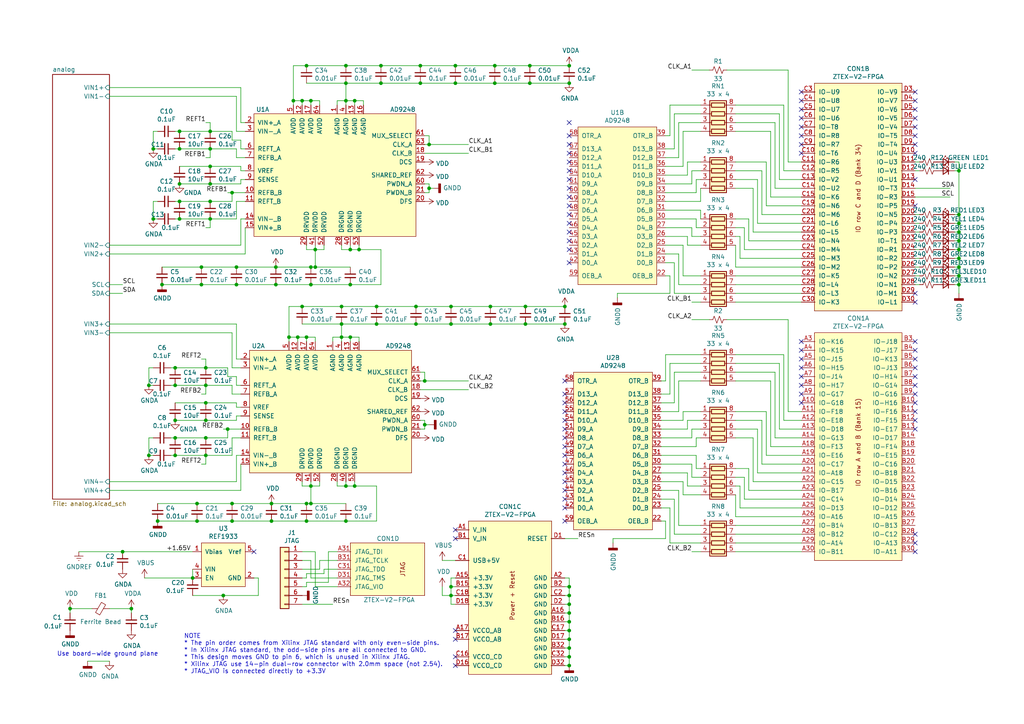
<source format=kicad_sch>
(kicad_sch (version 20211123) (generator eeschema)
  (paper "A4")
  (title_block (title "Hydrophone Frontend") (date "2022-02-26") (rev "3.1.0") (company "SEAPUP AUV Team") (comment 1 "Faculty of Engineering, Kasetsart University") (comment 2 "by Akrapong Patchararungruang"))
  (junction (at 120.65 93.98))
  (junction (at 90.17 82.55))
  (junction (at 278.13 64.77))
  (junction (at 130.81 170.18))
  (junction (at 130.81 88.9))
  (junction (at 109.22 93.98))
  (junction (at 52.07 43.18))
  (junction (at 278.13 49.53))
  (junction (at 59.69 121.92))
  (junction (at 91.44 77.47))
  (junction (at 165.1 182.88))
  (junction (at 123.19 123.19))
  (junction (at 68.58 82.55))
  (junction (at 60.96 38.1))
  (junction (at 52.07 38.1))
  (junction (at 109.22 88.9))
  (junction (at 165.1 187.96))
  (junction (at 43.18 132.08))
  (junction (at 60.96 58.42))
  (junction (at 87.63 88.9))
  (junction (at 165.1 19.05))
  (junction (at 100.33 19.05))
  (junction (at 165.1 170.18))
  (junction (at 132.08 19.05))
  (junction (at 278.13 72.39))
  (junction (at 91.44 72.39))
  (junction (at 46.99 82.55))
  (junction (at 59.69 116.84))
  (junction (at 101.6 82.55))
  (junction (at 124.46 41.91))
  (junction (at 110.49 19.05))
  (junction (at 80.01 82.55))
  (junction (at 110.49 24.13))
  (junction (at 102.87 29.21))
  (junction (at 163.83 93.98))
  (junction (at 278.13 82.55))
  (junction (at 121.92 19.05))
  (junction (at 60.96 53.34))
  (junction (at 78.74 146.05))
  (junction (at 165.1 190.5))
  (junction (at 88.9 151.13))
  (junction (at 67.31 151.13))
  (junction (at 153.67 19.05))
  (junction (at 278.13 77.47))
  (junction (at 278.13 62.23))
  (junction (at 20.32 176.53))
  (junction (at 165.1 175.26))
  (junction (at 88.9 97.79))
  (junction (at 142.24 88.9))
  (junction (at 67.31 146.05))
  (junction (at 90.17 77.47))
  (junction (at 100.33 29.21))
  (junction (at 78.74 151.13))
  (junction (at 52.07 53.34))
  (junction (at 83.82 97.79))
  (junction (at 163.83 88.9))
  (junction (at 38.1 176.53))
  (junction (at 100.33 24.13))
  (junction (at 101.6 97.79))
  (junction (at 143.51 24.13))
  (junction (at 44.45 43.18))
  (junction (at 124.46 54.61))
  (junction (at 104.14 72.39))
  (junction (at 45.72 151.13))
  (junction (at 59.69 132.08))
  (junction (at 152.4 88.9))
  (junction (at 58.42 82.55))
  (junction (at 55.88 167.64))
  (junction (at 59.69 106.68))
  (junction (at 90.17 146.05))
  (junction (at 143.51 19.05))
  (junction (at 120.65 88.9))
  (junction (at 60.96 43.18))
  (junction (at 60.96 48.26))
  (junction (at 67.31 55.88))
  (junction (at 165.1 172.72))
  (junction (at 101.6 72.39))
  (junction (at 165.1 180.34))
  (junction (at 59.69 111.76))
  (junction (at 35.56 160.02))
  (junction (at 58.42 77.47))
  (junction (at 99.06 93.98))
  (junction (at 60.96 63.5))
  (junction (at 85.09 29.21))
  (junction (at 100.33 140.97))
  (junction (at 43.18 111.76))
  (junction (at 50.8 132.08))
  (junction (at 121.92 24.13))
  (junction (at 165.1 185.42))
  (junction (at 278.13 74.93))
  (junction (at 165.1 177.8))
  (junction (at 57.15 146.05))
  (junction (at 59.69 127))
  (junction (at 80.01 77.47))
  (junction (at 50.8 121.92))
  (junction (at 152.4 93.98))
  (junction (at 86.36 97.79))
  (junction (at 66.04 124.46))
  (junction (at 52.07 63.5))
  (junction (at 68.58 77.47))
  (junction (at 100.33 151.13))
  (junction (at 153.67 24.13))
  (junction (at 123.19 110.49))
  (junction (at 87.63 29.21))
  (junction (at 132.08 24.13))
  (junction (at 50.8 111.76))
  (junction (at 165.1 193.04))
  (junction (at 278.13 67.31))
  (junction (at 278.13 69.85))
  (junction (at 130.81 93.98))
  (junction (at 88.9 146.05))
  (junction (at 64.77 172.72))
  (junction (at 130.81 172.72))
  (junction (at 99.06 88.9))
  (junction (at 44.45 63.5))
  (junction (at 90.17 140.97))
  (junction (at 278.13 80.01))
  (junction (at 90.17 29.21))
  (junction (at 57.15 151.13))
  (junction (at 88.9 19.05))
  (junction (at 50.8 127))
  (junction (at 102.87 140.97))
  (junction (at 165.1 24.13))
  (junction (at 142.24 93.98))
  (junction (at 99.06 97.79))
  (junction (at 50.8 106.68))
  (junction (at 52.07 58.42))
  (no_connect (at 132.08 182.88))
  (no_connect (at 165.1 41.91))
  (no_connect (at 163.83 151.13))
  (no_connect (at 165.1 35.56))
  (no_connect (at 163.83 134.62))
  (no_connect (at 163.83 132.08))
  (no_connect (at 265.43 111.76))
  (no_connect (at 265.43 160.02))
  (no_connect (at 165.1 67.31))
  (no_connect (at 265.43 101.6))
  (no_connect (at 163.83 147.32))
  (no_connect (at 265.43 124.46))
  (no_connect (at 165.1 44.45))
  (no_connect (at 165.1 62.23))
  (no_connect (at 132.08 193.04))
  (no_connect (at 165.1 76.2))
  (no_connect (at 163.83 110.49))
  (no_connect (at 165.1 59.69))
  (no_connect (at 265.43 99.06))
  (no_connect (at 163.83 129.54))
  (no_connect (at 265.43 109.22))
  (no_connect (at 163.83 144.78))
  (no_connect (at 265.43 114.3))
  (no_connect (at 165.1 64.77))
  (no_connect (at 265.43 106.68))
  (no_connect (at 165.1 57.15))
  (no_connect (at 265.43 119.38))
  (no_connect (at 163.83 119.38))
  (no_connect (at 165.1 49.53))
  (no_connect (at 132.08 185.42))
  (no_connect (at 265.43 154.94))
  (no_connect (at 163.83 121.92))
  (no_connect (at 165.1 46.99))
  (no_connect (at 132.08 190.5))
  (no_connect (at 163.83 137.16))
  (no_connect (at 163.83 124.46))
  (no_connect (at 163.83 127))
  (no_connect (at 163.83 142.24))
  (no_connect (at 265.43 121.92))
  (no_connect (at 163.83 116.84))
  (no_connect (at 132.08 153.67))
  (no_connect (at 163.83 139.7))
  (no_connect (at 165.1 52.07))
  (no_connect (at 265.43 157.48))
  (no_connect (at 132.08 156.21))
  (no_connect (at 165.1 54.61))
  (no_connect (at 232.41 116.84))
  (no_connect (at 232.41 114.3))
  (no_connect (at 232.41 111.76))
  (no_connect (at 232.41 99.06))
  (no_connect (at 232.41 106.68))
  (no_connect (at 232.41 104.14))
  (no_connect (at 232.41 101.6))
  (no_connect (at 232.41 109.22))
  (no_connect (at 265.43 87.63))
  (no_connect (at 265.43 85.09))
  (no_connect (at 265.43 59.69))
  (no_connect (at 265.43 52.07))
  (no_connect (at 265.43 44.45))
  (no_connect (at 265.43 41.91))
  (no_connect (at 265.43 39.37))
  (no_connect (at 265.43 36.83))
  (no_connect (at 265.43 34.29))
  (no_connect (at 265.43 31.75))
  (no_connect (at 265.43 29.21))
  (no_connect (at 265.43 26.67))
  (no_connect (at 232.41 26.67))
  (no_connect (at 232.41 29.21))
  (no_connect (at 232.41 31.75))
  (no_connect (at 232.41 34.29))
  (no_connect (at 232.41 36.83))
  (no_connect (at 232.41 39.37))
  (no_connect (at 232.41 41.91))
  (no_connect (at 232.41 44.45))
  (no_connect (at 165.1 72.39))
  (no_connect (at 165.1 69.85))
  (no_connect (at 265.43 116.84))
  (no_connect (at 165.1 39.37))
  (no_connect (at 73.66 160.02))
  (no_connect (at 163.83 114.3))
  (no_connect (at 265.43 104.14))
  (wire (pts (xy 99.06 72.39) (xy 99.06 71.12)))
  (wire (pts (xy 163.83 156.21) (xy 167.64 156.21)))
  (wire (pts (xy 58.42 82.55) (xy 46.99 82.55)))
  (wire (pts (xy 90.17 30.48) (xy 90.17 29.21)))
  (wire (pts (xy 200.66 20.32) (xy 205.74 20.32)))
  (wire (pts (xy 67.31 38.1) (xy 67.31 40.64)))
  (wire (pts (xy 278.13 82.55) (xy 278.13 80.01)))
  (wire (pts (xy 31.75 176.53) (xy 38.1 176.53)))
  (wire (pts (xy 223.52 110.49) (xy 223.52 129.54)))
  (wire (pts (xy 100.33 30.48) (xy 100.33 29.21)))
  (wire (pts (xy 59.69 66.04) (xy 60.96 66.04)))
  (wire (pts (xy 132.08 162.56) (xy 128.27 162.56)))
  (wire (pts (xy 31.75 71.12) (xy 69.85 71.12)))
  (wire (pts (xy 130.81 175.26) (xy 132.08 175.26)))
  (wire (pts (xy 55.88 167.64) (xy 41.91 167.64)))
  (wire (pts (xy 50.8 121.92) (xy 59.69 121.92)))
  (wire (pts (xy 100.33 140.97) (xy 102.87 140.97)))
  (wire (pts (xy 100.33 29.21) (xy 102.87 29.21)))
  (wire (pts (xy 67.31 151.13) (xy 57.15 151.13)))
  (wire (pts (xy 228.6 20.32) (xy 228.6 46.99)))
  (wire (pts (xy 109.22 93.98) (xy 99.06 93.98)))
  (wire (pts (xy 266.7 64.77) (xy 265.43 64.77)))
  (wire (pts (xy 55.88 172.72) (xy 64.77 172.72)))
  (wire (pts (xy 224.79 127) (xy 224.79 107.95)))
  (wire (pts (xy 278.13 77.47) (xy 278.13 74.93)))
  (wire (pts (xy 71.12 66.04) (xy 71.12 73.66)))
  (wire (pts (xy 201.93 129.54) (xy 201.93 127)))
  (wire (pts (xy 100.33 29.21) (xy 100.33 24.13)))
  (wire (pts (xy 104.14 71.12) (xy 104.14 72.39)))
  (wire (pts (xy 191.77 110.49) (xy 193.04 110.49)))
  (wire (pts (xy 213.36 66.04) (xy 215.9 66.04)))
  (wire (pts (xy 276.86 80.01) (xy 278.13 80.01)))
  (wire (pts (xy 213.36 35.56) (xy 224.79 35.56)))
  (wire (pts (xy 200.66 66.04) (xy 200.66 68.58)))
  (wire (pts (xy 143.51 19.05) (xy 153.67 19.05)))
  (wire (pts (xy 50.8 132.08) (xy 59.69 132.08)))
  (wire (pts (xy 88.9 72.39) (xy 91.44 72.39)))
  (wire (pts (xy 213.36 105.41) (xy 226.06 105.41)))
  (wire (pts (xy 83.82 97.79) (xy 83.82 88.9)))
  (wire (pts (xy 44.45 63.5) (xy 45.72 63.5)))
  (wire (pts (xy 195.58 107.95) (xy 203.2 107.95)))
  (wire (pts (xy 52.07 53.34) (xy 60.96 53.34)))
  (wire (pts (xy 200.66 127) (xy 200.66 124.46)))
  (wire (pts (xy 278.13 46.99) (xy 276.86 46.99)))
  (wire (pts (xy 59.69 134.62) (xy 59.69 132.08)))
  (wire (pts (xy 22.86 160.02) (xy 35.56 160.02)))
  (wire (pts (xy 101.6 72.39) (xy 99.06 72.39)))
  (wire (pts (xy 50.8 43.18) (xy 52.07 43.18)))
  (wire (pts (xy 200.66 124.46) (xy 203.2 124.46)))
  (wire (pts (xy 130.81 88.9) (xy 142.24 88.9)))
  (wire (pts (xy 123.19 39.37) (xy 124.46 39.37)))
  (wire (pts (xy 91.44 97.79) (xy 88.9 97.79)))
  (wire (pts (xy 91.44 99.06) (xy 91.44 97.79)))
  (wire (pts (xy 213.36 157.48) (xy 232.41 157.48)))
  (wire (pts (xy 193.04 68.58) (xy 199.39 68.58)))
  (wire (pts (xy 92.71 162.56) (xy 97.79 162.56)))
  (wire (pts (xy 165.1 24.13) (xy 153.67 24.13)))
  (wire (pts (xy 110.49 24.13) (xy 100.33 24.13)))
  (wire (pts (xy 199.39 137.16) (xy 199.39 140.97)))
  (wire (pts (xy 101.6 99.06) (xy 101.6 97.79)))
  (wire (pts (xy 213.36 82.55) (xy 232.41 82.55)))
  (wire (pts (xy 165.1 175.26) (xy 165.1 177.8)))
  (wire (pts (xy 68.58 38.1) (xy 71.12 38.1)))
  (wire (pts (xy 43.18 111.76) (xy 43.18 106.68)))
  (wire (pts (xy 227.33 30.48) (xy 227.33 49.53)))
  (wire (pts (xy 218.44 67.31) (xy 232.41 67.31)))
  (wire (pts (xy 196.85 45.72) (xy 196.85 35.56)))
  (wire (pts (xy 215.9 144.78) (xy 232.41 144.78)))
  (wire (pts (xy 198.12 139.7) (xy 198.12 143.51)))
  (wire (pts (xy 213.36 138.43) (xy 215.9 138.43)))
  (wire (pts (xy 121.92 19.05) (xy 110.49 19.05)))
  (wire (pts (xy 191.77 114.3) (xy 194.31 114.3)))
  (wire (pts (xy 87.63 165.1) (xy 92.71 165.1)))
  (wire (pts (xy 90.17 139.7) (xy 90.17 140.97)))
  (wire (pts (xy 265.43 72.39) (xy 266.7 72.39)))
  (wire (pts (xy 201.93 127) (xy 203.2 127)))
  (wire (pts (xy 86.36 97.79) (xy 83.82 97.79)))
  (wire (pts (xy 232.41 147.32) (xy 214.63 147.32)))
  (wire (pts (xy 163.83 172.72) (xy 165.1 172.72)))
  (wire (pts (xy 100.33 19.05) (xy 110.49 19.05)))
  (wire (pts (xy 142.24 88.9) (xy 152.4 88.9)))
  (wire (pts (xy 220.98 121.92) (xy 220.98 134.62)))
  (wire (pts (xy 194.31 30.48) (xy 203.2 30.48)))
  (wire (pts (xy 163.83 170.18) (xy 165.1 170.18)))
  (wire (pts (xy 191.77 129.54) (xy 201.93 129.54)))
  (wire (pts (xy 163.83 93.98) (xy 152.4 93.98)))
  (wire (pts (xy 198.12 38.1) (xy 198.12 48.26)))
  (wire (pts (xy 87.63 140.97) (xy 90.17 140.97)))
  (wire (pts (xy 59.69 127) (xy 66.04 127)))
  (wire (pts (xy 222.25 119.38) (xy 213.36 119.38)))
  (wire (pts (xy 213.36 160.02) (xy 232.41 160.02)))
  (wire (pts (xy 68.58 120.65) (xy 69.85 120.65)))
  (wire (pts (xy 83.82 97.79) (xy 83.82 99.06)))
  (wire (pts (xy 278.13 67.31) (xy 278.13 64.77)))
  (wire (pts (xy 276.86 72.39) (xy 278.13 72.39)))
  (wire (pts (xy 20.32 176.53) (xy 26.67 176.53)))
  (wire (pts (xy 68.58 45.72) (xy 71.12 45.72)))
  (wire (pts (xy 199.39 68.58) (xy 199.39 71.12)))
  (wire (pts (xy 124.46 55.88) (xy 124.46 54.61)))
  (wire (pts (xy 278.13 64.77) (xy 278.13 62.23)))
  (wire (pts (xy 226.06 105.41) (xy 226.06 124.46)))
  (wire (pts (xy 123.19 55.88) (xy 124.46 55.88)))
  (wire (pts (xy 60.96 35.56) (xy 59.69 35.56)))
  (wire (pts (xy 213.36 52.07) (xy 219.71 52.07)))
  (wire (pts (xy 80.01 77.47) (xy 68.58 77.47)))
  (wire (pts (xy 193.04 76.2) (xy 195.58 76.2)))
  (wire (pts (xy 191.77 124.46) (xy 199.39 124.46)))
  (wire (pts (xy 88.9 170.18) (xy 88.9 168.91)))
  (wire (pts (xy 44.45 43.18) (xy 44.45 38.1)))
  (wire (pts (xy 101.6 71.12) (xy 101.6 72.39)))
  (wire (pts (xy 123.19 44.45) (xy 135.89 44.45)))
  (wire (pts (xy 193.04 50.8) (xy 199.39 50.8)))
  (wire (pts (xy 219.71 137.16) (xy 219.71 124.46)))
  (wire (pts (xy 83.82 88.9) (xy 87.63 88.9)))
  (wire (pts (xy 59.69 106.68) (xy 66.04 106.68)))
  (wire (pts (xy 60.96 38.1) (xy 60.96 35.56)))
  (wire (pts (xy 58.42 77.47) (xy 46.99 77.47)))
  (wire (pts (xy 92.71 165.1) (xy 92.71 162.56)))
  (wire (pts (xy 265.43 69.85) (xy 266.7 69.85)))
  (wire (pts (xy 121.92 24.13) (xy 110.49 24.13)))
  (wire (pts (xy 31.75 139.7) (xy 68.58 139.7)))
  (wire (pts (xy 165.1 182.88) (xy 165.1 185.42)))
  (wire (pts (xy 165.1 190.5) (xy 165.1 193.04)))
  (wire (pts (xy 57.15 146.05) (xy 45.72 146.05)))
  (wire (pts (xy 152.4 88.9) (xy 163.83 88.9)))
  (wire (pts (xy 130.81 167.64) (xy 130.81 170.18)))
  (wire (pts (xy 64.77 124.46) (xy 66.04 124.46)))
  (wire (pts (xy 214.63 140.97) (xy 213.36 140.97)))
  (wire (pts (xy 276.86 64.77) (xy 278.13 64.77)))
  (wire (pts (xy 68.58 109.22) (xy 68.58 111.76)))
  (wire (pts (xy 201.93 132.08) (xy 201.93 135.89)))
  (wire (pts (xy 165.1 172.72) (xy 165.1 175.26)))
  (wire (pts (xy 60.96 63.5) (xy 68.58 63.5)))
  (wire (pts (xy 91.44 170.18) (xy 91.44 160.02)))
  (wire (pts (xy 88.9 97.79) (xy 86.36 97.79)))
  (wire (pts (xy 57.15 151.13) (xy 45.72 151.13)))
  (wire (pts (xy 278.13 49.53) (xy 278.13 46.99)))
  (wire (pts (xy 191.77 119.38) (xy 196.85 119.38)))
  (wire (pts (xy 88.9 167.64) (xy 88.9 166.37)))
  (wire (pts (xy 224.79 107.95) (xy 213.36 107.95)))
  (wire (pts (xy 228.6 92.71) (xy 210.82 92.71)))
  (wire (pts (xy 210.82 20.32) (xy 228.6 20.32)))
  (wire (pts (xy 49.53 106.68) (xy 50.8 106.68)))
  (wire (pts (xy 69.85 106.68) (xy 67.31 106.68)))
  (wire (pts (xy 152.4 93.98) (xy 142.24 93.98)))
  (wire (pts (xy 165.1 167.64) (xy 165.1 170.18)))
  (wire (pts (xy 71.12 43.18) (xy 69.85 43.18)))
  (wire (pts (xy 213.36 77.47) (xy 232.41 77.47)))
  (wire (pts (xy 91.44 71.12) (xy 91.44 72.39)))
  (wire (pts (xy 49.53 111.76) (xy 50.8 111.76)))
  (wire (pts (xy 217.17 63.5) (xy 217.17 69.85)))
  (wire (pts (xy 213.36 152.4) (xy 232.41 152.4)))
  (wire (pts (xy 78.74 146.05) (xy 88.9 146.05)))
  (wire (pts (xy 200.66 68.58) (xy 203.2 68.58)))
  (wire (pts (xy 121.92 19.05) (xy 132.08 19.05)))
  (wire (pts (xy 193.04 151.13) (xy 193.04 156.21)))
  (wire (pts (xy 69.85 35.56) (xy 69.85 25.4)))
  (wire (pts (xy 191.77 139.7) (xy 198.12 139.7)))
  (wire (pts (xy 217.17 135.89) (xy 213.36 135.89)))
  (wire (pts (xy 213.36 121.92) (xy 220.98 121.92)))
  (wire (pts (xy 278.13 74.93) (xy 278.13 72.39)))
  (wire (pts (xy 265.43 74.93) (xy 266.7 74.93)))
  (wire (pts (xy 194.31 80.01) (xy 194.31 85.09)))
  (wire (pts (xy 191.77 132.08) (xy 201.93 132.08)))
  (wire (pts (xy 196.85 35.56) (xy 203.2 35.56)))
  (wire (pts (xy 195.58 85.09) (xy 203.2 85.09)))
  (wire (pts (xy 194.31 147.32) (xy 194.31 157.48)))
  (wire (pts (xy 214.63 147.32) (xy 214.63 140.97)))
  (wire (pts (xy 213.36 46.99) (xy 222.25 46.99)))
  (wire (pts (xy 177.8 156.21) (xy 193.04 156.21)))
  (wire (pts (xy 91.44 160.02) (xy 87.63 160.02)))
  (wire (pts (xy 20.32 177.8) (xy 20.32 176.53)))
  (wire (pts (xy 68.58 118.11) (xy 68.58 116.84)))
  (wire (pts (xy 220.98 62.23) (xy 232.41 62.23)))
  (wire (pts (xy 90.17 162.56) (xy 90.17 167.64)))
  (wire (pts (xy 49.53 127) (xy 50.8 127)))
  (wire (pts (xy 87.63 139.7) (xy 87.63 140.97)))
  (wire (pts (xy 132.08 19.05) (xy 143.51 19.05)))
  (wire (pts (xy 110.49 82.55) (xy 101.6 82.55)))
  (wire (pts (xy 203.2 38.1) (xy 198.12 38.1)))
  (wire (pts (xy 191.77 121.92) (xy 198.12 121.92)))
  (wire (pts (xy 31.75 27.94) (xy 68.58 27.94)))
  (wire (pts (xy 85.09 29.21) (xy 85.09 19.05)))
  (wire (pts (xy 88.9 19.05) (xy 100.33 19.05)))
  (wire (pts (xy 132.08 24.13) (xy 121.92 24.13)))
  (wire (pts (xy 222.25 46.99) (xy 222.25 59.69)))
  (wire (pts (xy 213.36 85.09) (xy 232.41 85.09)))
  (wire (pts (xy 97.79 170.18) (xy 91.44 170.18)))
  (wire (pts (xy 278.13 72.39) (xy 278.13 69.85)))
  (wire (pts (xy 59.69 132.08) (xy 67.31 132.08)))
  (wire (pts (xy 44.45 127) (xy 43.18 127)))
  (wire (pts (xy 213.36 33.02) (xy 226.06 33.02)))
  (wire (pts (xy 90.17 82.55) (xy 80.01 82.55)))
  (wire (pts (xy 69.85 142.24) (xy 31.75 142.24)))
  (wire (pts (xy 265.43 54.61) (xy 275.59 54.61)))
  (wire (pts (xy 165.1 170.18) (xy 165.1 172.72)))
  (wire (pts (xy 123.19 121.92) (xy 123.19 123.19)))
  (wire (pts (xy 213.36 71.12) (xy 213.36 77.47)))
  (wire (pts (xy 222.25 132.08) (xy 222.25 119.38)))
  (wire (pts (xy 193.04 73.66) (xy 196.85 73.66)))
  (wire (pts (xy 59.69 116.84) (xy 50.8 116.84)))
  (wire (pts (xy 193.04 110.49) (xy 193.04 102.87)))
  (wire (pts (xy 124.46 39.37) (xy 124.46 41.91)))
  (wire (pts (xy 124.46 41.91) (xy 123.19 41.91)))
  (wire (pts (xy 191.77 134.62) (xy 200.66 134.62)))
  (wire (pts (xy 224.79 35.56) (xy 224.79 54.61)))
  (wire (pts (xy 85.09 29.21) (xy 85.09 30.48)))
  (wire (pts (xy 68.58 111.76) (xy 69.85 111.76)))
  (wire (pts (xy 232.41 132.08) (xy 222.25 132.08)))
  (wire (pts (xy 50.8 38.1) (xy 52.07 38.1)))
  (wire (pts (xy 69.85 71.12) (xy 69.85 63.5)))
  (wire (pts (xy 104.14 97.79) (xy 104.14 99.06)))
  (wire (pts (xy 214.63 68.58) (xy 214.63 74.93)))
  (wire (pts (xy 120.65 88.9) (xy 109.22 88.9)))
  (wire (pts (xy 78.74 151.13) (xy 67.31 151.13)))
  (wire (pts (xy 88.9 151.13) (xy 78.74 151.13)))
  (wire (pts (xy 121.92 121.92) (xy 123.19 121.92)))
  (wire (pts (xy 68.58 139.7) (xy 68.58 132.08)))
  (wire (pts (xy 68.58 27.94) (xy 68.58 38.1)))
  (wire (pts (xy 90.17 167.64) (xy 97.79 167.64)))
  (wire (pts (xy 195.58 116.84) (xy 195.58 107.95)))
  (wire (pts (xy 130.81 170.18) (xy 130.81 172.72)))
  (wire (pts (xy 213.36 54.61) (xy 218.44 54.61)))
  (wire (pts (xy 191.77 127) (xy 200.66 127)))
  (wire (pts (xy 50.8 63.5) (xy 52.07 63.5)))
  (wire (pts (xy 218.44 54.61) (xy 218.44 67.31)))
  (wire (pts (xy 67.31 106.68) (xy 67.31 96.52)))
  (wire (pts (xy 123.19 110.49) (xy 135.89 110.49)))
  (wire (pts (xy 50.8 106.68) (xy 59.69 106.68)))
  (wire (pts (xy 68.58 93.98) (xy 68.58 104.14)))
  (wire (pts (xy 96.52 97.79) (xy 99.06 97.79)))
  (wire (pts (xy 80.01 77.47) (xy 90.17 77.47)))
  (wire (pts (xy 101.6 97.79) (xy 104.14 97.79)))
  (wire (pts (xy 196.85 82.55) (xy 203.2 82.55)))
  (wire (pts (xy 130.81 93.98) (xy 120.65 93.98)))
  (wire (pts (xy 165.1 193.04) (xy 163.83 193.04)))
  (wire (pts (xy 200.66 92.71) (xy 205.74 92.71)))
  (wire (pts (xy 124.46 53.34) (xy 123.19 53.34)))
  (wire (pts (xy 60.96 53.34) (xy 69.85 53.34)))
  (wire (pts (xy 68.58 132.08) (xy 69.85 132.08)))
  (wire (pts (xy 104.14 72.39) (xy 101.6 72.39)))
  (wire (pts (xy 67.31 146.05) (xy 78.74 146.05)))
  (wire (pts (xy 200.66 138.43) (xy 203.2 138.43)))
  (wire (pts (xy 227.33 121.92) (xy 227.33 102.87)))
  (wire (pts (xy 91.44 72.39) (xy 93.98 72.39)))
  (wire (pts (xy 213.36 127) (xy 218.44 127)))
  (wire (pts (xy 165.1 187.96) (xy 165.1 190.5)))
  (wire (pts (xy 96.52 99.06) (xy 96.52 97.79)))
  (wire (pts (xy 102.87 140.97) (xy 109.22 140.97)))
  (wire (pts (xy 199.39 121.92) (xy 203.2 121.92)))
  (wire (pts (xy 38.1 177.8) (xy 38.1 176.53)))
  (wire (pts (xy 66.04 55.88) (xy 67.31 55.88)))
  (wire (pts (xy 92.71 140.97) (xy 92.71 139.7)))
  (wire (pts (xy 101.6 82.55) (xy 90.17 82.55)))
  (wire (pts (xy 57.15 146.05) (xy 67.31 146.05)))
  (wire (pts (xy 219.71 64.77) (xy 232.41 64.77)))
  (wire (pts (xy 86.36 99.06) (xy 86.36 97.79)))
  (wire (pts (xy 193.04 102.87) (xy 203.2 102.87)))
  (wire (pts (xy 52.07 38.1) (xy 60.96 38.1)))
  (wire (pts (xy 228.6 119.38) (xy 228.6 92.71)))
  (wire (pts (xy 87.63 88.9) (xy 99.06 88.9)))
  (wire (pts (xy 193.04 63.5) (xy 201.93 63.5)))
  (wire (pts (xy 266.7 62.23) (xy 265.43 62.23)))
  (wire (pts (xy 163.83 180.34) (xy 165.1 180.34)))
  (wire (pts (xy 163.83 182.88) (xy 165.1 182.88)))
  (wire (pts (xy 87.63 167.64) (xy 88.9 167.64)))
  (wire (pts (xy 191.77 142.24) (xy 196.85 142.24)))
  (wire (pts (xy 69.85 48.26) (xy 69.85 49.53)))
  (wire (pts (xy 215.9 66.04) (xy 215.9 72.39)))
  (wire (pts (xy 163.83 175.26) (xy 165.1 175.26)))
  (wire (pts (xy 31.75 93.98) (xy 68.58 93.98)))
  (wire (pts (xy 193.04 151.13) (xy 191.77 151.13)))
  (wire (pts (xy 59.69 45.72) (xy 60.96 45.72)))
  (wire (pts (xy 201.93 63.5) (xy 201.93 66.04)))
  (wire (pts (xy 194.31 105.41) (xy 203.2 105.41)))
  (wire (pts (xy 163.83 177.8) (xy 165.1 177.8)))
  (wire (pts (xy 67.31 111.76) (xy 67.31 114.3)))
  (wire (pts (xy 87.63 175.26) (xy 96.52 175.26)))
  (wire (pts (xy 97.79 30.48) (xy 97.79 29.21)))
  (wire (pts (xy 95.25 168.91) (xy 95.25 160.02)))
  (wire (pts (xy 200.66 134.62) (xy 200.66 138.43)))
  (wire (pts (xy 213.36 49.53) (xy 220.98 49.53)))
  (wire (pts (xy 68.58 121.92) (xy 68.58 120.65)))
  (wire (pts (xy 69.85 53.34) (xy 69.85 52.07)))
  (wire (pts (xy 124.46 41.91) (xy 135.89 41.91)))
  (wire (pts (xy 69.85 25.4) (xy 31.75 25.4)))
  (wire (pts (xy 201.93 52.07) (xy 203.2 52.07)))
  (wire (pts (xy 100.33 151.13) (xy 88.9 151.13)))
  (wire (pts (xy 213.36 30.48) (xy 227.33 30.48)))
  (wire (pts (xy 278.13 62.23) (xy 276.86 62.23)))
  (wire (pts (xy 195.58 43.18) (xy 193.04 43.18)))
  (wire (pts (xy 68.58 63.5) (xy 68.58 58.42)))
  (wire (pts (xy 58.42 134.62) (xy 59.69 134.62)))
  (wire (pts (xy 194.31 39.37) (xy 194.31 30.48)))
  (wire (pts (xy 213.36 143.51) (xy 213.36 149.86)))
  (wire (pts (xy 31.75 82.55) (xy 35.56 82.55)))
  (wire (pts (xy 213.36 80.01) (xy 232.41 80.01)))
  (wire (pts (xy 224.79 54.61) (xy 232.41 54.61)))
  (wire (pts (xy 69.85 134.62) (xy 69.85 142.24)))
  (wire (pts (xy 265.43 80.01) (xy 266.7 80.01)))
  (wire (pts (xy 104.14 72.39) (xy 110.49 72.39)))
  (wire (pts (xy 97.79 139.7) (xy 97.79 140.97)))
  (wire (pts (xy 276.86 82.55) (xy 278.13 82.55)))
  (wire (pts (xy 45.72 58.42) (xy 44.45 58.42)))
  (wire (pts (xy 213.36 87.63) (xy 232.41 87.63)))
  (wire (pts (xy 143.51 24.13) (xy 132.08 24.13)))
  (wire (pts (xy 232.41 137.16) (xy 219.71 137.16)))
  (wire (pts (xy 196.85 73.66) (xy 196.85 82.55)))
  (wire (pts (xy 123.19 123.19) (xy 123.19 124.46)))
  (wire (pts (xy 58.42 77.47) (xy 68.58 77.47)))
  (wire (pts (xy 179.07 85.09) (xy 194.31 85.09)))
  (wire (pts (xy 87.63 162.56) (xy 90.17 162.56)))
  (wire (pts (xy 44.45 38.1) (xy 45.72 38.1)))
  (wire (pts (xy 66.04 109.22) (xy 68.58 109.22)))
  (wire (pts (xy 25.4 191.77) (xy 31.75 191.77)))
  (wire (pts (xy 196.85 119.38) (xy 196.85 110.49)))
  (wire (pts (xy 102.87 30.48) (xy 102.87 29.21)))
  (wire (pts (xy 69.85 48.26) (xy 60.96 48.26)))
  (wire (pts (xy 163.83 190.5) (xy 165.1 190.5)))
  (wire (pts (xy 219.71 124.46) (xy 213.36 124.46)))
  (wire (pts (xy 67.31 127) (xy 69.85 127)))
  (wire (pts (xy 198.12 71.12) (xy 198.12 80.01)))
  (wire (pts (xy 193.04 66.04) (xy 200.66 66.04)))
  (wire (pts (xy 165.1 180.34) (xy 165.1 182.88)))
  (wire (pts (xy 276.86 49.53) (xy 278.13 49.53)))
  (wire (pts (xy 69.85 43.18) (xy 69.85 40.64)))
  (wire (pts (xy 199.39 140.97) (xy 203.2 140.97)))
  (wire (pts (xy 195.58 33.02) (xy 195.58 43.18)))
  (wire (pts (xy 69.85 49.53) (xy 71.12 49.53)))
  (wire (pts (xy 55.88 165.1) (xy 55.88 167.64)))
  (wire (pts (xy 67.31 114.3) (xy 69.85 114.3)))
  (wire (pts (xy 203.2 87.63) (xy 200.66 87.63)))
  (wire (pts (xy 90.17 146.05) (xy 100.33 146.05)))
  (wire (pts (xy 69.85 118.11) (xy 68.58 118.11)))
  (wire (pts (xy 215.9 72.39) (xy 232.41 72.39)))
  (wire (pts (xy 198.12 121.92) (xy 198.12 119.38)))
  (wire (pts (xy 215.9 138.43) (xy 215.9 144.78)))
  (wire (pts (xy 265.43 67.31) (xy 266.7 67.31)))
  (wire (pts (xy 196.85 152.4) (xy 203.2 152.4)))
  (wire (pts (xy 52.07 58.42) (xy 60.96 58.42)))
  (wire (pts (xy 44.45 58.42) (xy 44.45 63.5)))
  (wire (pts (xy 123.19 107.95) (xy 121.92 107.95)))
  (wire (pts (xy 88.9 146.05) (xy 90.17 146.05)))
  (wire (pts (xy 265.43 49.53) (xy 266.7 49.53)))
  (wire (pts (xy 50.8 58.42) (xy 52.07 58.42)))
  (wire (pts (xy 130.81 167.64) (xy 132.08 167.64)))
  (wire (pts (xy 60.96 66.04) (xy 60.96 63.5)))
  (wire (pts (xy 130.81 172.72) (xy 130.81 175.26)))
  (wire (pts (xy 105.41 29.21) (xy 105.41 30.48)))
  (wire (pts (xy 199.39 71.12) (xy 203.2 71.12)))
  (wire (pts (xy 90.17 77.47) (xy 91.44 77.47)))
  (wire (pts (xy 194.31 80.01) (xy 193.04 80.01)))
  (wire (pts (xy 99.06 88.9) (xy 109.22 88.9)))
  (wire (pts (xy 213.36 63.5) (xy 217.17 63.5)))
  (wire (pts (xy 191.77 137.16) (xy 199.39 137.16)))
  (wire (pts (xy 198.12 80.01) (xy 203.2 80.01)))
  (wire (pts (xy 69.85 63.5) (xy 71.12 63.5)))
  (wire (pts (xy 201.93 55.88) (xy 201.93 52.07)))
  (wire (pts (xy 232.41 127) (xy 224.79 127)))
  (wire (pts (xy 196.85 110.49) (xy 203.2 110.49)))
  (wire (pts (xy 265.43 77.47) (xy 266.7 77.47)))
  (wire (pts (xy 226.06 33.02) (xy 226.06 52.07)))
  (wire (pts (xy 121.92 110.49) (xy 123.19 110.49)))
  (wire (pts (xy 60.96 38.1) (xy 67.31 38.1)))
  (wire (pts (xy 213.36 38.1) (xy 223.52 38.1)))
  (wire (pts (xy 87.63 30.48) (xy 87.63 29.21)))
  (wire (pts (xy 195.58 76.2) (xy 195.58 85.09)))
  (wire (pts (xy 203.2 49.53) (xy 200.66 49.53)))
  (wire (pts (xy 214.63 74.93) (xy 232.41 74.93)))
  (wire (pts (xy 99.06 97.79) (xy 99.06 93.98)))
  (wire (pts (xy 213.36 149.86) (xy 232.41 149.86)))
  (wire (pts (xy 265.43 57.15) (xy 275.59 57.15)))
  (wire (pts (xy 68.58 116.84) (xy 59.69 116.84)))
  (wire (pts (xy 213.36 110.49) (xy 223.52 110.49)))
  (wire (pts (xy 130.81 172.72) (xy 132.08 172.72)))
  (wire (pts (xy 68.58 43.18) (xy 68.58 45.72)))
  (wire (pts (xy 223.52 38.1) (xy 223.52 57.15)))
  (wire (pts (xy 203.2 58.42) (xy 193.04 58.42)))
  (wire (pts (xy 99.06 97.79) (xy 101.6 97.79)))
  (wire (pts (xy 60.96 43.18) (xy 68.58 43.18)))
  (wire (pts (xy 88.9 24.13) (xy 100.33 24.13)))
  (wire (pts (xy 222.25 59.69) (xy 232.41 59.69)))
  (wire (pts (xy 31.75 85.09) (xy 35.56 85.09)))
  (wire (pts (xy 67.31 40.64) (xy 69.85 40.64)))
  (wire (pts (xy 218.44 127) (xy 218.44 139.7)))
  (wire (pts (xy 153.67 19.05) (xy 165.1 19.05)))
  (wire (pts (xy 220.98 134.62) (xy 232.41 134.62)))
  (wire (pts (xy 99.06 99.06) (xy 99.06 97.79)))
  (wire (pts (xy 226.06 124.46) (xy 232.41 124.46)))
  (wire (pts (xy 195.58 144.78) (xy 195.58 154.94)))
  (wire (pts (xy 87.63 29.21) (xy 85.09 29.21)))
  (wire (pts (xy 59.69 104.14) (xy 58.42 104.14)))
  (wire (pts (xy 232.41 121.92) (xy 227.33 121.92)))
  (wire (pts (xy 265.43 46.99) (xy 266.7 46.99)))
  (wire (pts (xy 193.04 71.12) (xy 198.12 71.12)))
  (wire (pts (xy 100.33 139.7) (xy 100.33 140.97)))
  (wire (pts (xy 217.17 69.85) (xy 232.41 69.85)))
  (wire (pts (xy 71.12 35.56) (xy 69.85 35.56)))
  (wire (pts (xy 223.52 129.54) (xy 232.41 129.54)))
  (wire (pts (xy 92.71 29.21) (xy 90.17 29.21)))
  (wire (pts (xy 191.77 116.84) (xy 195.58 116.84)))
  (wire (pts (xy 223.52 57.15) (xy 232.41 57.15)))
  (wire (pts (xy 153.67 24.13) (xy 143.51 24.13)))
  (wire (pts (xy 87.63 170.18) (xy 88.9 170.18)))
  (wire (pts (xy 199.39 124.46) (xy 199.39 121.92)))
  (wire (pts (xy 123.19 124.46) (xy 121.92 124.46)))
  (wire (pts (xy 200.66 53.34) (xy 193.04 53.34)))
  (wire (pts (xy 90.17 29.21) (xy 87.63 29.21)))
  (wire (pts (xy 67.31 58.42) (xy 67.31 55.88)))
  (wire (pts (xy 142.24 93.98) (xy 130.81 93.98)))
  (wire (pts (xy 69.85 52.07) (xy 71.12 52.07)))
  (wire (pts (xy 203.2 54.61) (xy 203.2 58.42)))
  (wire (pts (xy 60.96 48.26) (xy 52.07 48.26)))
  (wire (pts (xy 227.33 49.53) (xy 232.41 49.53)))
  (wire (pts (xy 128.27 172.72) (xy 130.81 172.72)))
  (wire (pts (xy 179.07 86.36) (xy 179.07 85.09)))
  (wire (pts (xy 228.6 46.99) (xy 232.41 46.99)))
  (wire (pts (xy 68.58 58.42) (xy 71.12 58.42)))
  (wire (pts (xy 278.13 80.01) (xy 278.13 77.47)))
  (wire (pts (xy 44.45 111.76) (xy 43.18 111.76)))
  (wire (pts (xy 97.79 29.21) (xy 100.33 29.21)))
  (wire (pts (xy 59.69 111.76) (xy 67.31 111.76)))
  (wire (pts (xy 66.04 106.68) (xy 66.04 109.22)))
  (wire (pts (xy 219.71 52.07) (xy 219.71 64.77)))
  (wire (pts (xy 59.69 114.3) (xy 59.69 111.76)))
  (wire (pts (xy 67.31 132.08) (xy 67.31 127)))
  (wire (pts (xy 102.87 140.97) (xy 102.87 139.7)))
  (wire (pts (xy 52.07 63.5) (xy 60.96 63.5)))
  (wire (pts (xy 123.19 123.19) (xy 124.46 123.19)))
  (wire (pts (xy 199.39 46.99) (xy 203.2 46.99)))
  (wire (pts (xy 120.65 93.98) (xy 109.22 93.98)))
  (wire (pts (xy 67.31 96.52) (xy 31.75 96.52)))
  (wire (pts (xy 52.07 43.18) (xy 60.96 43.18)))
  (wire (pts (xy 194.31 157.48) (xy 203.2 157.48)))
  (wire (pts (xy 198.12 119.38) (xy 203.2 119.38)))
  (wire (pts (xy 60.96 58.42) (xy 67.31 58.42)))
  (wire (pts (xy 124.46 54.61) (xy 124.46 53.34)))
  (wire (pts (xy 276.86 67.31) (xy 278.13 67.31)))
  (wire (pts (xy 74.93 172.72) (xy 74.93 167.64)))
  (wire (pts (xy 90.17 140.97) (xy 92.71 140.97)))
  (wire (pts (xy 276.86 74.93) (xy 278.13 74.93)))
  (wire (pts (xy 193.04 60.96) (xy 203.2 60.96)))
  (wire (pts (xy 66.04 124.46) (xy 69.85 124.46)))
  (wire (pts (xy 232.41 119.38) (xy 228.6 119.38)))
  (wire (pts (xy 226.06 52.07) (xy 232.41 52.07)))
  (wire (pts (xy 50.8 111.76) (xy 59.69 111.76)))
  (wire (pts (xy 110.49 72.39) (xy 110.49 82.55)))
  (wire (pts (xy 196.85 142.24) (xy 196.85 152.4)))
  (wire (pts (xy 59.69 106.68) (xy 59.69 104.14)))
  (wire (pts (xy 93.98 165.1) (xy 97.79 165.1)))
  (wire (pts (xy 102.87 29.21) (xy 105.41 29.21)))
  (wire (pts (xy 71.12 73.66) (xy 31.75 73.66)))
  (wire (pts (xy 109.22 140.97) (xy 109.22 151.13)))
  (wire (pts (xy 217.17 142.24) (xy 217.17 135.89)))
  (wire (pts (xy 58.42 114.3) (xy 59.69 114.3)))
  (wire (pts (xy 163.83 167.64) (xy 165.1 167.64)))
  (wire (pts (xy 95.25 160.02) (xy 97.79 160.02)))
  (wire (pts (xy 85.09 19.05) (xy 88.9 19.05)))
  (wire (pts (xy 91.44 72.39) (xy 91.44 77.47)))
  (wire (pts (xy 220.98 49.53) (xy 220.98 62.23)))
  (wire (pts (xy 90.17 140.97) (xy 90.17 146.05)))
  (wire (pts (xy 50.8 127) (xy 59.69 127)))
  (wire (pts (xy 200.66 49.53) (xy 200.66 53.34)))
  (wire (pts (xy 232.41 142.24) (xy 217.17 142.24)))
  (wire (pts (xy 43.18 127) (xy 43.18 132.08)))
  (wire (pts (xy 123.19 110.49) (xy 123.19 107.95)))
  (wire (pts (xy 278.13 62.23) (xy 278.13 49.53)))
  (wire (pts (xy 125.73 54.61) (xy 124.46 54.61)))
  (wire (pts (xy 92.71 30.48) (xy 92.71 29.21)))
  (wire (pts (xy 93.98 166.37) (xy 93.98 165.1)))
  (wire (pts (xy 199.39 50.8) (xy 199.39 46.99)))
  (wire (pts (xy 165.1 177.8) (xy 165.1 180.34)))
  (wire (pts (xy 191.77 144.78) (xy 195.58 144.78)))
  (wire (pts (xy 276.86 69.85) (xy 278.13 69.85)))
  (wire (pts (xy 278.13 69.85) (xy 278.13 67.31)))
  (wire (pts (xy 43.18 132.08) (xy 44.45 132.08)))
  (wire (pts (xy 200.66 160.02) (xy 203.2 160.02)))
  (wire (pts (xy 73.66 167.64) (xy 74.93 167.64)))
  (wire (pts (xy 193.04 39.37) (xy 194.31 39.37)))
  (wire (pts (xy 128.27 170.18) (xy 128.27 172.72)))
  (wire (pts (xy 191.77 147.32) (xy 194.31 147.32)))
  (wire (pts (xy 109.22 151.13) (xy 100.33 151.13)))
  (wire (pts (xy 201.93 66.04) (xy 203.2 66.04)))
  (wire (pts (xy 265.43 82.55) (xy 266.7 82.55)))
  (wire (pts (xy 218.44 139.7) (xy 232.41 139.7)))
  (wire (pts (xy 278.13 85.09) (xy 278.13 82.55)))
  (wire (pts (xy 195.58 154.94) (xy 203.2 154.94)))
  (wire (pts (xy 194.31 114.3) (xy 194.31 105.41)))
  (wire (pts (xy 121.92 113.03) (xy 135.89 113.03)))
  (wire (pts (xy 227.33 102.87) (xy 213.36 102.87)))
  (wire (pts (xy 60.96 45.72) (xy 60.96 43.18)))
  (wire (pts (xy 198.12 143.51) (xy 203.2 143.51)))
  (wire (pts (xy 64.77 172.72) (xy 74.93 172.72)))
  (wire (pts (xy 163.83 185.42) (xy 165.1 185.42)))
  (wire (pts (xy 213.36 68.58) (xy 214.63 68.58)))
  (wire (pts (xy 80.01 82.55) (xy 68.58 82.55)))
  (wire (pts (xy 163.83 187.96) (xy 165.1 187.96)))
  (wire (pts (xy 59.69 121.92) (xy 68.58 121.92)))
  (wire (pts (xy 120.65 88.9) (xy 130.81 88.9)))
  (wire (pts (xy 213.36 154.94) (xy 232.41 154.94)))
  (wire (pts (xy 193.04 55.88) (xy 201.93 55.88)))
  (wire (pts (xy 193.04 45.72) (xy 196.85 45.72)))
  (wire (pts (xy 45.72 43.18) (xy 44.45 43.18)))
  (wire (pts (xy 43.18 106.68) (xy 44.45 106.68)))
  (wire (pts (xy 177.8 156.21) (xy 177.8 157.48)))
  (wire (pts (xy 66.04 127) (xy 66.04 124.46)))
  (wire (pts (xy 198.12 48.26) (xy 193.04 48.26)))
  (wire (pts (xy 165.1 185.42) (xy 165.1 187.96)))
  (wire (pts (xy 91.44 77.47) (xy 101.6 77.47)))
  (wire (pts (xy 35.56 160.02) (xy 55.88 160.02)))
  (wire (pts (xy 88.9 71.12) (xy 88.9 72.39)))
  (wire (pts (xy 49.53 132.08) (xy 50.8 132.08)))
  (wire (pts (xy 88.9 168.91) (xy 95.25 168.91)))
  (wire (pts (xy 130.81 170.18) (xy 132.08 170.18)))
  (wire (pts (xy 201.93 135.89) (xy 203.2 135.89)))
  (wire (pts (xy 88.9 99.06) (xy 88.9 97.79)))
  (wire (pts (xy 203.2 60.96) (xy 203.2 63.5)))
  (wire (pts (xy 67.31 55.88) (xy 71.12 55.88)))
  (wire (pts (xy 68.58 104.14) (xy 69.85 104.14)))
  (wire (pts (xy 97.79 140.97) (xy 100.33 140.97)))
  (wire (pts (xy 88.9 166.37) (xy 93.98 166.37)))
  (wire (pts (xy 93.98 72.39) (xy 93.98 71.12)))
  (wire (pts (xy 99.06 93.98) (xy 87.63 93.98)))
  (wire (pts (xy 68.58 82.55) (xy 58.42 82.55)))
  (wire (pts (xy 203.2 33.02) (xy 195.58 33.02)))
  (wire (pts (xy 276.86 77.47) (xy 278.13 77.47)))
  (text "Use board-wide ground plane" (at 16.51 190.5 0) (effects (font (size 1.27 1.27)) (justify left bottom)))
  (text "NOTE\n* The pin order comes from Xilinx JTAG standard with only even-side pins.\n* In Xilinx JTAG standard, the odd-side pins are all connected to GND.\n* This design moves GND to pin 6, which is unused in Xilinx JTAG.\n* Xilinx JTAG use 14-pin dual-row connector with 2.0mm space (not 2.54).\n* JTAG_VIO is connected directly to +3.3V" (at 53.34 195.58 0) (effects (font (size 1.27 1.27)) (justify left bottom)))
  (label "REFB2" (at 58.42 114.3 180))
  (label "CLK_A2" (at 200.66 92.71 180))
  (label "RESn" (at 96.52 175.26 0))
  (label "REFT1" (at 59.69 35.56 180))
  (label "REFB1" (at 66.04 55.88 180))
  (label "SCL" (at 273.05 57.15 0))
  (label "REFT2" (at 58.42 134.62 180))
  (label "RESn" (at 167.64 156.21 0))
  (label "CLK_B2" (at 200.66 160.02 180))
  (label "REFT2" (at 58.42 104.14 180))
  (label "CLK_A2" (at 135.89 110.49 0))
  (label "CLK_B2" (at 135.89 113.03 0))
  (label "CLK_B1" (at 135.89 44.45 0))
  (label "REFB2" (at 64.77 124.46 180))
  (label "SCL" (at 35.56 82.55 0))
  (label "CLK_A1" (at 135.89 41.91 0))
  (label "+1.65V" (at 48.26 160.02 0))
  (label "CLK_B1" (at 200.66 87.63 180))
  (label "REFB1" (at 59.69 45.72 180))
  (label "SDA" (at 35.56 85.09 0))
  (label "REFT1" (at 59.69 66.04 180))
  (label "CLK_A1" (at 200.66 20.32 180))
  (label "SDA" (at 273.05 54.61 0))
  (symbol (lib_id "zeabus:REF19xx") (at 58.42 157.48 0) (unit 1)
    (property "Reference" "U3" (at 64.77 153.289 0))
    (property "Value" "REF1933" (at 64.77 155.6004 0))
    (property "Footprint" "Package_TO_SOT_SMD:SOT-23-5" (effects hide))
  )
  (symbol (lib_id "power:GNDREF") (at 22.86 160.02 0) (unit 1)
    (property "Reference" "#PWR03" (effects hide))
    (property "Value" "GNDREF" (at 22.987 164.4142 0))
  )
  (symbol (lib_id "power:VBUS") (at 41.91 167.64 0) (unit 1)
    (property "Reference" "#PWR09" (effects hide))
    (property "Value" "VBUS" (at 42.291 163.2458 0))
  )
  (symbol (lib_id "power:GNDA") (at 64.77 172.72 0) (unit 1)
    (property "Reference" "#PWR018" (effects hide))
    (property "Value" "GNDA" (at 64.897 177.1142 0))
  )
  (symbol (lib_id "Device:C_Small") (at 55.88 170.18 0) (mirror x) (unit 1)
    (property "Reference" "C20" (at 53.5686 169.0116 0) (effects (justify right)))
    (property "Value" "0.1uF" (at 53.5686 171.323 0) (effects (justify right)))
    (property "Footprint" "Capacitor_SMD:C_0603_1608Metric_Pad1.08x0.95mm_HandSolder" (effects hide))
  )
  (symbol (lib_id "zeabus:AD9248") (at 71.12 33.02 0) (unit 1)
    (property "Reference" "U1" (at 76.2 31.75 0))
    (property "Value" "AD9248" (at 116.84 31.75 0))
    (property "Footprint" "Package_QFP:TQFP-64_7x7mm_P0.4mm" (effects hide))
  )
  (symbol (lib_id "zeabus:AD9248") (at 160.02 36.83 0) (unit 2)
    (property "Reference" "U1" (at 179.07 32.639 0))
    (property "Value" "AD9248" (at 179.07 34.9504 0))
    (property "Footprint" "Package_QFP:TQFP-64_7x7mm_P0.4mm" (effects hide))
  )
  (symbol (lib_id "zeabus:AD9248") (at 69.85 101.6 0) (unit 1)
    (property "Reference" "U2" (at 74.93 100.33 0))
    (property "Value" "AD9248" (at 115.57 100.33 0))
    (property "Footprint" "Package_QFP:TQFP-64_7x7mm_P0.4mm" (effects hide))
  )
  (symbol (lib_id "zeabus:AD9248") (at 158.75 107.95 0) (unit 2)
    (property "Reference" "U2" (at 177.8 103.759 0))
    (property "Value" "AD9248" (at 177.8 106.0704 0))
    (property "Footprint" "Package_QFP:TQFP-64_7x7mm_P0.4mm" (effects hide))
  )
  (symbol (lib_id "zeabus:ZTEX-V2-FPGA") (at 135.89 151.13 0) (unit 3)
    (property "Reference" "CON1" (at 147.955 146.939 0))
    (property "Value" "ZTEX-V2-FPGA" (at 147.955 149.2504 0))
    (property "Footprint" "zeabus:ZTEX-V2-FPGA" (effects hide))
  )
  (symbol (lib_id "power:GNDD") (at 165.1 193.04 0) (unit 1)
    (property "Reference" "#PWR036" (effects hide))
    (property "Value" "GNDD" (at 165.2016 196.977 0))
  )
  (symbol (lib_id "power:VBUS") (at 128.27 162.56 0) (unit 1)
    (property "Reference" "#PWR030" (effects hide))
    (property "Value" "VBUS" (at 128.651 158.1658 0))
  )
  (symbol (lib_id "power:VDD") (at 128.27 170.18 0) (unit 1)
    (property "Reference" "#PWR031" (effects hide))
    (property "Value" "VDD" (at 128.7018 165.7858 0))
  )
  (symbol (lib_id "Device:C_Small") (at 100.33 21.59 0) (unit 1)
    (property "Reference" "C38" (at 102.6668 20.4216 0) (effects (justify left)))
    (property "Value" "0.1uF" (at 102.6668 22.733 0) (effects (justify left)))
    (property "Footprint" "Capacitor_SMD:C_0603_1608Metric_Pad1.08x0.95mm_HandSolder" (effects hide))
  )
  (symbol (lib_id "Device:C_Small") (at 110.49 21.59 0) (unit 1)
    (property "Reference" "C42" (at 112.8268 20.4216 0) (effects (justify left)))
    (property "Value" "0.01uF" (at 112.8268 22.733 0) (effects (justify left)))
    (property "Footprint" "Capacitor_SMD:C_0603_1608Metric_Pad1.08x0.95mm_HandSolder" (effects hide))
  )
  (symbol (lib_id "Device:C_Small") (at 121.92 21.59 0) (unit 1)
    (property "Reference" "C44" (at 124.2568 20.4216 0) (effects (justify left)))
    (property "Value" "0.1uF" (at 124.2568 22.733 0) (effects (justify left)))
    (property "Footprint" "Capacitor_SMD:C_0603_1608Metric_Pad1.08x0.95mm_HandSolder" (effects hide))
  )
  (symbol (lib_id "Device:C_Small") (at 132.08 21.59 0) (unit 1)
    (property "Reference" "C46" (at 134.4168 20.4216 0) (effects (justify left)))
    (property "Value" "0.01uF" (at 134.4168 22.733 0) (effects (justify left)))
    (property "Footprint" "Capacitor_SMD:C_0603_1608Metric_Pad1.08x0.95mm_HandSolder" (effects hide))
  )
  (symbol (lib_id "Device:C_Small") (at 88.9 21.59 0) (unit 1)
    (property "Reference" "C34" (at 91.2368 20.4216 0) (effects (justify left)))
    (property "Value" "0.01uF" (at 91.2368 22.733 0) (effects (justify left)))
    (property "Footprint" "Capacitor_SMD:C_0603_1608Metric_Pad1.08x0.95mm_HandSolder" (effects hide))
  )
  (symbol (lib_id "Device:C_Small") (at 143.51 21.59 0) (unit 1)
    (property "Reference" "C48" (at 145.8468 20.4216 0) (effects (justify left)))
    (property "Value" "0.1uF" (at 145.8468 22.733 0) (effects (justify left)))
    (property "Footprint" "Capacitor_SMD:C_0603_1608Metric_Pad1.08x0.95mm_HandSolder" (effects hide))
  )
  (symbol (lib_id "Device:C_Small") (at 153.67 21.59 0) (unit 1)
    (property "Reference" "C50" (at 156.0068 20.4216 0) (effects (justify left)))
    (property "Value" "0.01uF" (at 156.0068 22.733 0) (effects (justify left)))
    (property "Footprint" "Capacitor_SMD:C_0603_1608Metric_Pad1.08x0.95mm_HandSolder" (effects hide))
  )
  (symbol (lib_id "Device:C_Small") (at 165.1 21.59 0) (unit 1)
    (property "Reference" "C52" (at 167.4368 20.4216 0) (effects (justify left)))
    (property "Value" "0.1uF" (at 167.4368 22.733 0) (effects (justify left)))
    (property "Footprint" "Capacitor_SMD:C_0603_1608Metric_Pad1.08x0.95mm_HandSolder" (effects hide))
  )
  (symbol (lib_id "Device:C_Small") (at 58.42 80.01 0) (unit 1)
    (property "Reference" "C22" (at 60.7568 78.8416 0) (effects (justify left)))
    (property "Value" "0.1uF" (at 60.7568 81.153 0) (effects (justify left)))
    (property "Footprint" "Capacitor_SMD:C_0603_1608Metric_Pad1.08x0.95mm_HandSolder" (effects hide))
  )
  (symbol (lib_id "Device:C_Small") (at 68.58 80.01 0) (unit 1)
    (property "Reference" "C30" (at 70.9168 78.8416 0) (effects (justify left)))
    (property "Value" "0.01uF" (at 70.9168 81.153 0) (effects (justify left)))
    (property "Footprint" "Capacitor_SMD:C_0603_1608Metric_Pad1.08x0.95mm_HandSolder" (effects hide))
  )
  (symbol (lib_id "Device:C_Small") (at 80.01 80.01 0) (unit 1)
    (property "Reference" "C32" (at 82.3468 78.8416 0) (effects (justify left)))
    (property "Value" "0.1uF" (at 82.3468 81.153 0) (effects (justify left)))
    (property "Footprint" "Capacitor_SMD:C_0603_1608Metric_Pad1.08x0.95mm_HandSolder" (effects hide))
  )
  (symbol (lib_id "Device:C_Small") (at 90.17 80.01 0) (unit 1)
    (property "Reference" "C36" (at 92.5068 78.8416 0) (effects (justify left)))
    (property "Value" "0.01uF" (at 92.5068 81.153 0) (effects (justify left)))
    (property "Footprint" "Capacitor_SMD:C_0603_1608Metric_Pad1.08x0.95mm_HandSolder" (effects hide))
  )
  (symbol (lib_id "Device:C_Small") (at 46.99 80.01 0) (unit 1)
    (property "Reference" "C5" (at 49.3268 78.8416 0) (effects (justify left)))
    (property "Value" "0.01uF" (at 49.3268 81.153 0) (effects (justify left)))
    (property "Footprint" "Capacitor_SMD:C_0603_1608Metric_Pad1.08x0.95mm_HandSolder" (effects hide))
  )
  (symbol (lib_id "Device:C_Small") (at 101.6 80.01 0) (unit 1)
    (property "Reference" "C40" (at 103.9368 78.8416 0) (effects (justify left)))
    (property "Value" "0.1uF" (at 103.9368 81.153 0) (effects (justify left)))
    (property "Footprint" "Capacitor_SMD:C_0603_1608Metric_Pad1.08x0.95mm_HandSolder" (effects hide))
  )
  (symbol (lib_id "Device:C_Small") (at 99.06 91.44 0) (unit 1)
    (property "Reference" "C37" (at 101.3968 90.2716 0) (effects (justify left)))
    (property "Value" "0.1uF" (at 101.3968 92.583 0) (effects (justify left)))
    (property "Footprint" "Capacitor_SMD:C_0603_1608Metric_Pad1.08x0.95mm_HandSolder" (effects hide))
  )
  (symbol (lib_id "Device:C_Small") (at 109.22 91.44 0) (unit 1)
    (property "Reference" "C41" (at 111.5568 90.2716 0) (effects (justify left)))
    (property "Value" "0.01uF" (at 111.5568 92.583 0) (effects (justify left)))
    (property "Footprint" "Capacitor_SMD:C_0603_1608Metric_Pad1.08x0.95mm_HandSolder" (effects hide))
  )
  (symbol (lib_id "Device:C_Small") (at 120.65 91.44 0) (unit 1)
    (property "Reference" "C43" (at 122.9868 90.2716 0) (effects (justify left)))
    (property "Value" "0.1uF" (at 122.9868 92.583 0) (effects (justify left)))
    (property "Footprint" "Capacitor_SMD:C_0603_1608Metric_Pad1.08x0.95mm_HandSolder" (effects hide))
  )
  (symbol (lib_id "Device:C_Small") (at 130.81 91.44 0) (unit 1)
    (property "Reference" "C45" (at 133.1468 90.2716 0) (effects (justify left)))
    (property "Value" "0.01uF" (at 133.1468 92.583 0) (effects (justify left)))
    (property "Footprint" "Capacitor_SMD:C_0603_1608Metric_Pad1.08x0.95mm_HandSolder" (effects hide))
  )
  (symbol (lib_id "Device:C_Small") (at 87.63 91.44 0) (unit 1)
    (property "Reference" "C33" (at 89.9668 90.2716 0) (effects (justify left)))
    (property "Value" "0.01uF" (at 89.9668 92.583 0) (effects (justify left)))
    (property "Footprint" "Capacitor_SMD:C_0603_1608Metric_Pad1.08x0.95mm_HandSolder" (effects hide))
  )
  (symbol (lib_id "Device:C_Small") (at 142.24 91.44 0) (unit 1)
    (property "Reference" "C47" (at 144.5768 90.2716 0) (effects (justify left)))
    (property "Value" "0.1uF" (at 144.5768 92.583 0) (effects (justify left)))
    (property "Footprint" "Capacitor_SMD:C_0603_1608Metric_Pad1.08x0.95mm_HandSolder" (effects hide))
  )
  (symbol (lib_id "Device:C_Small") (at 152.4 91.44 0) (unit 1)
    (property "Reference" "C49" (at 154.7368 90.2716 0) (effects (justify left)))
    (property "Value" "0.01uF" (at 154.7368 92.583 0) (effects (justify left)))
    (property "Footprint" "Capacitor_SMD:C_0603_1608Metric_Pad1.08x0.95mm_HandSolder" (effects hide))
  )
  (symbol (lib_id "Device:C_Small") (at 163.83 91.44 0) (unit 1)
    (property "Reference" "C51" (at 166.1668 90.2716 0) (effects (justify left)))
    (property "Value" "0.1uF" (at 166.1668 92.583 0) (effects (justify left)))
    (property "Footprint" "Capacitor_SMD:C_0603_1608Metric_Pad1.08x0.95mm_HandSolder" (effects hide))
  )
  (symbol (lib_id "Device:C_Small") (at 45.72 148.59 0) (unit 1)
    (property "Reference" "C4" (at 48.0568 147.4216 0) (effects (justify left)))
    (property "Value" "0.01uF" (at 48.0568 149.733 0) (effects (justify left)))
    (property "Footprint" "Capacitor_SMD:C_0603_1608Metric_Pad1.08x0.95mm_HandSolder" (effects hide))
  )
  (symbol (lib_id "Device:C_Small") (at 57.15 148.59 0) (unit 1)
    (property "Reference" "C21" (at 59.4868 147.4216 0) (effects (justify left)))
    (property "Value" "0.1uF" (at 59.4868 149.733 0) (effects (justify left)))
    (property "Footprint" "Capacitor_SMD:C_0603_1608Metric_Pad1.08x0.95mm_HandSolder" (effects hide))
  )
  (symbol (lib_id "Device:C_Small") (at 67.31 148.59 0) (unit 1)
    (property "Reference" "C29" (at 69.6468 147.4216 0) (effects (justify left)))
    (property "Value" "0.01uF" (at 69.6468 149.733 0) (effects (justify left)))
    (property "Footprint" "Capacitor_SMD:C_0603_1608Metric_Pad1.08x0.95mm_HandSolder" (effects hide))
  )
  (symbol (lib_id "Device:C_Small") (at 78.74 148.59 0) (unit 1)
    (property "Reference" "C31" (at 81.0768 147.4216 0) (effects (justify left)))
    (property "Value" "0.1uF" (at 81.0768 149.733 0) (effects (justify left)))
    (property "Footprint" "Capacitor_SMD:C_0603_1608Metric_Pad1.08x0.95mm_HandSolder" (effects hide))
  )
  (symbol (lib_id "Device:C_Small") (at 88.9 148.59 0) (unit 1)
    (property "Reference" "C35" (at 91.2368 147.4216 0) (effects (justify left)))
    (property "Value" "0.01uF" (at 91.2368 149.733 0) (effects (justify left)))
    (property "Footprint" "Capacitor_SMD:C_0603_1608Metric_Pad1.08x0.95mm_HandSolder" (effects hide))
  )
  (symbol (lib_id "Device:C_Small") (at 100.33 148.59 0) (unit 1)
    (property "Reference" "C39" (at 102.6668 147.4216 0) (effects (justify left)))
    (property "Value" "0.1uF" (at 102.6668 149.733 0) (effects (justify left)))
    (property "Footprint" "Capacitor_SMD:C_0603_1608Metric_Pad1.08x0.95mm_HandSolder" (effects hide))
  )
  (symbol (lib_id "zeabus:ZTEX-V2-FPGA") (at 101.6 157.48 0) (unit 4)
    (property "Reference" "CON1" (at 109.22 156.21 0) (effects (justify left)))
    (property "Value" "ZTEX-V2-FPGA" (at 105.41 173.99 0) (effects (justify left)))
    (property "Footprint" "zeabus:ZTEX-V2-FPGA" (effects hide))
  )
  (symbol (lib_id "power:GNDA") (at 165.1 24.13 0) (unit 1)
    (property "Reference" "#PWR035" (effects hide))
    (property "Value" "GNDA" (at 165.227 28.5242 0))
  )
  (symbol (lib_id "power:VDDA") (at 165.1 19.05 0) (unit 1)
    (property "Reference" "#PWR034" (effects hide))
    (property "Value" "VDDA" (at 165.5318 14.6558 0))
  )
  (symbol (lib_id "Device:R_Pack04") (at 208.28 35.56 270) (unit 1)
    (property "Reference" "RN1" (at 208.28 24.9682 90))
    (property "Value" "33 x 4" (at 208.28 27.2796 90))
    (property "Footprint" "Resistor_SMD:R_Array_Convex_4x0603" (effects hide))
    (property "Datasheet" "Element14 Code: 2060088" (effects hide))
  )
  (symbol (lib_id "Device:R_Pack04") (at 208.28 52.07 270) (unit 1)
    (property "Reference" "RN2" (at 208.28 41.4782 90))
    (property "Value" "33 x 4" (at 208.28 43.7896 90))
    (property "Footprint" "Resistor_SMD:R_Array_Convex_4x0603" (effects hide))
    (property "Datasheet" "Element14 Code: 2060088" (effects hide))
  )
  (symbol (lib_id "Device:R_Pack04") (at 208.28 68.58 270) (unit 1)
    (property "Reference" "RN3" (at 208.28 57.9882 90))
    (property "Value" "33 x 4" (at 208.28 60.2996 90))
    (property "Footprint" "Resistor_SMD:R_Array_Convex_4x0603" (effects hide))
    (property "Datasheet" "Element14 Code: 2060088" (effects hide))
  )
  (symbol (lib_id "Device:R_Pack04") (at 208.28 85.09 270) (unit 1)
    (property "Reference" "RN4" (at 208.28 74.4982 90))
    (property "Value" "33 x 4" (at 208.28 76.8096 90))
    (property "Footprint" "Resistor_SMD:R_Array_Convex_4x0603" (effects hide))
    (property "Datasheet" "Element14 Code: 2060088" (effects hide))
  )
  (symbol (lib_id "power:GNDD") (at 46.99 82.55 0) (unit 1)
    (property "Reference" "#PWR015" (effects hide))
    (property "Value" "GNDD" (at 47.0916 86.487 0))
  )
  (symbol (lib_id "power:VDDA") (at 163.83 88.9 0) (unit 1)
    (property "Reference" "#PWR032" (effects hide))
    (property "Value" "VDDA" (at 164.2618 84.5058 0))
  )
  (symbol (lib_id "power:GNDA") (at 163.83 93.98 0) (unit 1)
    (property "Reference" "#PWR033" (effects hide))
    (property "Value" "GNDA" (at 163.957 98.3742 0))
  )
  (symbol (lib_id "power:VDD") (at 80.01 77.47 0) (unit 1)
    (property "Reference" "#PWR020" (effects hide))
    (property "Value" "VDD" (at 80.4418 73.0758 0))
  )
  (symbol (lib_id "power:VDD") (at 78.74 146.05 0) (unit 1)
    (property "Reference" "#PWR019" (effects hide))
    (property "Value" "VDD" (at 79.1718 141.6558 0))
  )
  (symbol (lib_id "power:GNDD") (at 45.72 151.13 0) (unit 1)
    (property "Reference" "#PWR014" (effects hide))
    (property "Value" "GNDD" (at 45.8216 155.067 0))
  )
  (symbol (lib_id "Device:R_Pack04") (at 208.28 107.95 270) (unit 1)
    (property "Reference" "RN5" (at 208.28 97.3582 90))
    (property "Value" "33 x 4" (at 208.28 99.6696 90))
    (property "Footprint" "Resistor_SMD:R_Array_Convex_4x0603" (effects hide))
    (property "Datasheet" "Element14 Code: 2060088" (effects hide))
  )
  (symbol (lib_id "Device:R_Pack04") (at 208.28 124.46 270) (unit 1)
    (property "Reference" "RN6" (at 208.28 113.8682 90))
    (property "Value" "33 x 4" (at 208.28 116.1796 90))
    (property "Footprint" "Resistor_SMD:R_Array_Convex_4x0603" (effects hide))
    (property "Datasheet" "Element14 Code: 2060088" (effects hide))
  )
  (symbol (lib_id "Device:R_Pack04") (at 208.28 140.97 270) (unit 1)
    (property "Reference" "RN7" (at 208.28 130.3782 90))
    (property "Value" "33 x 4" (at 208.28 132.6896 90))
    (property "Footprint" "Resistor_SMD:R_Array_Convex_4x0603" (effects hide))
    (property "Datasheet" "Element14 Code: 2060088" (effects hide))
  )
  (symbol (lib_id "Device:R_Pack04") (at 208.28 157.48 270) (unit 1)
    (property "Reference" "RN8" (at 208.28 146.8882 90))
    (property "Value" "33 x 4" (at 208.28 149.1996 90))
    (property "Footprint" "Resistor_SMD:R_Array_Convex_4x0603" (effects hide))
    (property "Datasheet" "Element14 Code: 2060088" (effects hide))
  )
  (symbol (lib_id "Device:C_Small") (at 50.8 109.22 0) (unit 1)
    (property "Reference" "C14" (at 53.1368 108.0516 0) (effects (justify left)))
    (property "Value" "10uF" (at 53.1368 110.363 0) (effects (justify left)))
    (property "Footprint" "Capacitor_SMD:C_0805_2012Metric_Pad1.18x1.45mm_HandSolder" (effects hide))
  )
  (symbol (lib_id "Device:C_Small") (at 59.69 109.22 0) (unit 1)
    (property "Reference" "C23" (at 62.0268 108.0516 0) (effects (justify left)))
    (property "Value" "0.1uF" (at 62.0268 110.363 0) (effects (justify left)))
    (property "Footprint" "Capacitor_SMD:C_0603_1608Metric_Pad1.08x0.95mm_HandSolder" (effects hide))
  )
  (symbol (lib_id "Device:C_Small") (at 46.99 106.68 270) (unit 1)
    (property "Reference" "C6" (at 46.99 100.8634 90))
    (property "Value" "0.1uF" (at 46.99 103.1748 90))
    (property "Footprint" "Capacitor_SMD:C_0603_1608Metric_Pad1.08x0.95mm_HandSolder" (effects hide))
  )
  (symbol (lib_id "Device:C_Small") (at 46.99 111.76 270) (unit 1)
    (property "Reference" "C7" (at 44.45 110.49 90))
    (property "Value" "0.1uF" (at 46.99 114.3 90))
    (property "Footprint" "Capacitor_SMD:C_0603_1608Metric_Pad1.08x0.95mm_HandSolder" (effects hide))
  )
  (symbol (lib_id "Device:C_Small") (at 59.69 119.38 0) (unit 1)
    (property "Reference" "C24" (at 62.0268 118.2116 0) (effects (justify left)))
    (property "Value" "0.1uF" (at 62.0268 120.523 0) (effects (justify left)))
    (property "Footprint" "Capacitor_SMD:C_0603_1608Metric_Pad1.08x0.95mm_HandSolder" (effects hide))
  )
  (symbol (lib_id "Device:C_Small") (at 50.8 119.38 0) (unit 1)
    (property "Reference" "C15" (at 53.1368 118.2116 0) (effects (justify left)))
    (property "Value" "10uF" (at 53.1368 120.523 0) (effects (justify left)))
    (property "Footprint" "Capacitor_SMD:C_0805_2012Metric_Pad1.18x1.45mm_HandSolder" (effects hide))
  )
  (symbol (lib_id "Device:C_Small") (at 50.8 129.54 0) (unit 1)
    (property "Reference" "C16" (at 53.1368 128.3716 0) (effects (justify left)))
    (property "Value" "10uF" (at 53.1368 130.683 0) (effects (justify left)))
    (property "Footprint" "Capacitor_SMD:C_0805_2012Metric_Pad1.18x1.45mm_HandSolder" (effects hide))
  )
  (symbol (lib_id "Device:C_Small") (at 59.69 129.54 0) (unit 1)
    (property "Reference" "C25" (at 62.0268 128.3716 0) (effects (justify left)))
    (property "Value" "0.1uF" (at 62.0268 130.683 0) (effects (justify left)))
    (property "Footprint" "Capacitor_SMD:C_0603_1608Metric_Pad1.08x0.95mm_HandSolder" (effects hide))
  )
  (symbol (lib_id "Device:C_Small") (at 46.99 127 270) (unit 1)
    (property "Reference" "C8" (at 46.99 121.1834 90))
    (property "Value" "0.1uF" (at 46.99 123.4948 90))
    (property "Footprint" "Capacitor_SMD:C_0603_1608Metric_Pad1.08x0.95mm_HandSolder" (effects hide))
  )
  (symbol (lib_id "Device:C_Small") (at 46.99 132.08 270) (unit 1)
    (property "Reference" "C9" (at 44.45 130.81 90))
    (property "Value" "0.1uF" (at 48.26 134.62 90))
    (property "Footprint" "Capacitor_SMD:C_0603_1608Metric_Pad1.08x0.95mm_HandSolder" (effects hide))
  )
  (symbol (lib_id "power:GNDA") (at 43.18 111.76 0) (unit 1)
    (property "Reference" "#PWR010" (effects hide))
    (property "Value" "GNDA" (at 43.307 116.1542 0))
  )
  (symbol (lib_id "power:GNDA") (at 43.18 132.08 0) (unit 1)
    (property "Reference" "#PWR011" (effects hide))
    (property "Value" "GNDA" (at 43.307 136.4742 0))
  )
  (symbol (lib_id "power:GNDA") (at 50.8 121.92 0) (unit 1)
    (property "Reference" "#PWR016" (effects hide))
    (property "Value" "GNDA" (at 54.61 124.46 0))
  )
  (symbol (lib_id "Device:C_Small") (at 52.07 40.64 0) (unit 1)
    (property "Reference" "C17" (at 54.4068 39.4716 0) (effects (justify left)))
    (property "Value" "10uF" (at 54.4068 41.783 0) (effects (justify left)))
    (property "Footprint" "Capacitor_SMD:C_0805_2012Metric_Pad1.18x1.45mm_HandSolder" (effects hide))
  )
  (symbol (lib_id "Device:C_Small") (at 60.96 40.64 0) (unit 1)
    (property "Reference" "C26" (at 63.2968 39.4716 0) (effects (justify left)))
    (property "Value" "0.1uF" (at 63.2968 41.783 0) (effects (justify left)))
    (property "Footprint" "Capacitor_SMD:C_0603_1608Metric_Pad1.08x0.95mm_HandSolder" (effects hide))
  )
  (symbol (lib_id "Device:C_Small") (at 48.26 38.1 270) (unit 1)
    (property "Reference" "C10" (at 48.26 32.2834 90))
    (property "Value" "0.1uF" (at 48.26 34.5948 90))
    (property "Footprint" "Capacitor_SMD:C_0603_1608Metric_Pad1.08x0.95mm_HandSolder" (effects hide))
  )
  (symbol (lib_id "Device:C_Small") (at 48.26 43.18 270) (unit 1)
    (property "Reference" "C11" (at 45.72 41.91 90))
    (property "Value" "0.1uF" (at 48.26 45.72 90))
    (property "Footprint" "Capacitor_SMD:C_0603_1608Metric_Pad1.08x0.95mm_HandSolder" (effects hide))
  )
  (symbol (lib_id "Device:C_Small") (at 60.96 50.8 0) (unit 1)
    (property "Reference" "C27" (at 63.2968 49.6316 0) (effects (justify left)))
    (property "Value" "0.1uF" (at 63.2968 51.943 0) (effects (justify left)))
    (property "Footprint" "Capacitor_SMD:C_0603_1608Metric_Pad1.08x0.95mm_HandSolder" (effects hide))
  )
  (symbol (lib_id "Device:C_Small") (at 52.07 50.8 0) (unit 1)
    (property "Reference" "C18" (at 54.4068 49.6316 0) (effects (justify left)))
    (property "Value" "10uF" (at 54.4068 51.943 0) (effects (justify left)))
    (property "Footprint" "Capacitor_SMD:C_0805_2012Metric_Pad1.18x1.45mm_HandSolder" (effects hide))
  )
  (symbol (lib_id "Device:C_Small") (at 52.07 60.96 0) (unit 1)
    (property "Reference" "C19" (at 54.4068 59.7916 0) (effects (justify left)))
    (property "Value" "10uF" (at 54.4068 62.103 0) (effects (justify left)))
    (property "Footprint" "Capacitor_SMD:C_0805_2012Metric_Pad1.18x1.45mm_HandSolder" (effects hide))
  )
  (symbol (lib_id "Device:C_Small") (at 60.96 60.96 0) (unit 1)
    (property "Reference" "C28" (at 63.2968 59.7916 0) (effects (justify left)))
    (property "Value" "0.1uF" (at 63.2968 62.103 0) (effects (justify left)))
    (property "Footprint" "Capacitor_SMD:C_0603_1608Metric_Pad1.08x0.95mm_HandSolder" (effects hide))
  )
  (symbol (lib_id "Device:C_Small") (at 48.26 58.42 270) (unit 1)
    (property "Reference" "C12" (at 48.26 52.6034 90))
    (property "Value" "0.1uF" (at 48.26 54.9148 90))
    (property "Footprint" "Capacitor_SMD:C_0603_1608Metric_Pad1.08x0.95mm_HandSolder" (effects hide))
  )
  (symbol (lib_id "Device:C_Small") (at 48.26 63.5 270) (unit 1)
    (property "Reference" "C13" (at 45.72 62.23 90))
    (property "Value" "0.1uF" (at 49.53 66.04 90))
    (property "Footprint" "Capacitor_SMD:C_0603_1608Metric_Pad1.08x0.95mm_HandSolder" (effects hide))
  )
  (symbol (lib_id "power:GNDA") (at 44.45 43.18 0) (unit 1)
    (property "Reference" "#PWR012" (effects hide))
    (property "Value" "GNDA" (at 44.577 47.5742 0))
  )
  (symbol (lib_id "power:GNDA") (at 44.45 63.5 0) (unit 1)
    (property "Reference" "#PWR013" (effects hide))
    (property "Value" "GNDA" (at 44.577 67.8942 0))
  )
  (symbol (lib_id "power:GNDA") (at 52.07 53.34 0) (unit 1)
    (property "Reference" "#PWR017" (effects hide))
    (property "Value" "GNDA" (at 55.88 55.88 0))
  )
  (symbol (lib_id "power:GNDD") (at 179.07 86.36 0) (unit 1)
    (property "Reference" "#PWR038" (effects hide))
    (property "Value" "GNDD" (at 179.1716 89.154 90) (effects (justify right)))
  )
  (symbol (lib_id "power:GNDD") (at 177.8 157.48 0) (unit 1)
    (property "Reference" "#PWR037" (effects hide))
    (property "Value" "GNDD" (at 177.9016 160.274 90) (effects (justify right)))
  )
  (symbol (lib_id "Device:R_Small_US") (at 269.24 46.99 90) (unit 1)
    (property "Reference" "R12" (at 271.78 45.72 90))
    (property "Value" "240" (at 266.7 45.72 90))
    (property "Footprint" "Resistor_SMD:R_0603_1608Metric_Pad1.05x0.95mm_HandSolder" (effects hide))
  )
  (symbol (lib_id "Device:LED_Small") (at 274.32 46.99 0) (mirror y) (unit 1)
    (property "Reference" "LED1" (at 284.48 45.72 0))
    (property "Value" "GREEN" (at 278.13 45.72 0))
    (property "Footprint" "LED_SMD:LED_0603_1608Metric_Pad1.05x0.95mm_HandSolder" (effects hide))
  )
  (symbol (lib_id "Device:LED_Small") (at 274.32 49.53 0) (mirror y) (unit 1)
    (property "Reference" "LED2" (at 283.21 48.26 0))
    (property "Value" "BLUE" (at 278.13 48.26 0))
    (property "Footprint" "LED_SMD:LED_0603_1608Metric_Pad1.05x0.95mm_HandSolder" (effects hide))
  )
  (symbol (lib_id "Device:R_Small_US") (at 269.24 49.53 90) (unit 1)
    (property "Reference" "R13" (at 271.78 48.26 90))
    (property "Value" "240" (at 266.7 48.26 90))
    (property "Footprint" "Resistor_SMD:R_0603_1608Metric_Pad1.05x0.95mm_HandSolder" (effects hide))
  )
  (symbol (lib_id "power:VDD") (at 121.92 115.57 270) (unit 1)
    (property "Reference" "#PWR022" (effects hide))
    (property "Value" "VDD" (at 125.1712 116.0018 90) (effects (justify left)))
  )
  (symbol (lib_id "power:VDD") (at 121.92 119.38 270) (unit 1)
    (property "Reference" "#PWR023" (effects hide))
    (property "Value" "VDD" (at 125.1712 119.8118 90) (effects (justify left)))
  )
  (symbol (lib_id "power:VDD") (at 121.92 127 270) (unit 1)
    (property "Reference" "#PWR024" (effects hide))
    (property "Value" "VDD" (at 125.1712 127.4318 90) (effects (justify left)))
  )
  (symbol (lib_id "power:VDD") (at 123.19 46.99 270) (unit 1)
    (property "Reference" "#PWR025" (effects hide))
    (property "Value" "VDD" (at 126.4412 47.4218 90) (effects (justify left)))
  )
  (symbol (lib_id "power:VDD") (at 123.19 50.8 270) (unit 1)
    (property "Reference" "#PWR026" (effects hide))
    (property "Value" "VDD" (at 126.4412 51.2318 90) (effects (justify left)))
  )
  (symbol (lib_id "power:VDD") (at 123.19 58.42 270) (unit 1)
    (property "Reference" "#PWR027" (effects hide))
    (property "Value" "VDD" (at 126.4412 58.8518 90) (effects (justify left)))
  )
  (symbol (lib_id "power:GNDD") (at 125.73 54.61 90) (unit 1)
    (property "Reference" "#PWR029" (effects hide))
    (property "Value" "GNDD" (at 128.524 54.5084 90) (effects (justify right)))
  )
  (symbol (lib_id "power:GNDD") (at 124.46 123.19 90) (unit 1)
    (property "Reference" "#PWR028" (effects hide))
    (property "Value" "GNDD" (at 127.254 123.0884 90) (effects (justify right)))
  )
  (symbol (lib_id "power:GNDD") (at 25.4 191.77 0) (unit 1)
    (property "Reference" "#PWR04" (effects hide))
    (property "Value" "GNDD" (at 25.5016 195.707 0))
  )
  (symbol (lib_id "power:GNDA") (at 31.75 191.77 0) (unit 1)
    (property "Reference" "#PWR05" (effects hide))
    (property "Value" "GNDA" (at 31.877 196.1642 0))
  )
  (symbol (lib_id "power:VDD") (at 20.32 176.53 0) (unit 1)
    (property "Reference" "#PWR01" (effects hide))
    (property "Value" "VDD" (at 20.7518 172.1358 0))
  )
  (symbol (lib_id "power:VDDA") (at 38.1 176.53 0) (unit 1)
    (property "Reference" "#PWR07" (effects hide))
    (property "Value" "VDDA" (at 38.5318 172.1358 0))
  )
  (symbol (lib_id "Device:R_Small_US") (at 208.28 20.32 270) (unit 1)
    (property "Reference" "R1" (at 208.28 17.78 90))
    (property "Value" "33" (at 208.28 22.86 90))
    (property "Footprint" "Resistor_SMD:R_0603_1608Metric_Pad1.05x0.95mm_HandSolder" (effects hide))
  )
  (symbol (lib_id "Device:R_Small_US") (at 208.28 92.71 270) (unit 1)
    (property "Reference" "R2" (at 208.28 90.17 90))
    (property "Value" "33" (at 208.28 95.25 90))
    (property "Footprint" "Resistor_SMD:R_0603_1608Metric_Pad1.05x0.95mm_HandSolder" (effects hide))
  )
  (symbol (lib_id "Device:FerriteBead_Small") (at 29.21 176.53 90) (unit 1)
    (property "Reference" "FB1" (at 29.21 172.72 90))
    (property "Value" "Ferrite Bead" (at 29.21 180.34 90))
    (property "Footprint" "Resistor_SMD:R_0805_2012Metric_Pad1.15x1.40mm_HandSolder" (effects hide))
  )
  (symbol (lib_id "Device:C_Small") (at 38.1 180.34 0) (unit 1)
    (property "Reference" "C3" (at 40.4368 179.1716 0) (effects (justify left)))
    (property "Value" "0.1uF" (at 40.4368 181.483 0) (effects (justify left)))
    (property "Footprint" "Capacitor_SMD:C_0603_1608Metric_Pad1.08x0.95mm_HandSolder" (effects hide))
  )
  (symbol (lib_id "Device:C_Small") (at 20.32 180.34 0) (unit 1)
    (property "Reference" "C1" (at 15.24 179.07 0) (effects (justify left)))
    (property "Value" "0.1uF" (at 12.7 181.61 0) (effects (justify left)))
    (property "Footprint" "Capacitor_SMD:C_0603_1608Metric_Pad1.08x0.95mm_HandSolder" (effects hide))
  )
  (symbol (lib_id "power:GNDD") (at 20.32 182.88 0) (unit 1)
    (property "Reference" "#PWR02" (effects hide))
    (property "Value" "GNDD" (at 20.4216 186.817 0))
  )
  (symbol (lib_id "power:GNDA") (at 38.1 182.88 0) (unit 1)
    (property "Reference" "#PWR08" (effects hide))
    (property "Value" "GNDA" (at 38.227 187.2742 0))
  )
  (symbol (lib_id "Connector_Generic:Conn_01x07") (at 82.55 167.64 0) (mirror y) (unit 1)
    (property "Reference" "J1" (at 84.6328 154.5082 0))
    (property "Value" "JTAG" (at 84.6328 156.8196 0))
    (property "Footprint" "Connector_PinHeader_2.54mm:PinHeader_1x07_P2.54mm_Vertical" (effects hide))
  )
  (symbol (lib_id "power:GNDD") (at 87.63 172.72 90) (unit 1)
    (property "Reference" "#PWR021" (effects hide))
    (property "Value" "GNDD" (at 91.567 172.6184 0))
  )
  (symbol (lib_id "Device:C_Small") (at 35.56 162.56 0) (mirror x) (unit 1)
    (property "Reference" "C2" (at 33.2486 161.3916 0) (effects (justify right)))
    (property "Value" "0.1uF" (at 33.2486 163.703 0) (effects (justify right)))
    (property "Footprint" "Capacitor_SMD:C_0603_1608Metric_Pad1.08x0.95mm_HandSolder" (effects hide))
  )
  (symbol (lib_id "Device:LED_Small") (at 274.32 80.01 0) (mirror y) (unit 1)
    (property "Reference" "LED10" (at 283.21 78.74 0))
    (property "Value" "YEL3" (at 278.13 78.74 0))
    (property "Footprint" "LED_SMD:LED_0603_1608Metric_Pad1.05x0.95mm_HandSolder" (effects hide))
  )
  (symbol (lib_id "power:GNDD") (at 278.13 85.09 0) (unit 1)
    (property "Reference" "#PWR040" (effects hide))
    (property "Value" "GNDD" (at 278.2316 87.884 90) (effects (justify right)))
  )
  (symbol (lib_id "Device:LED_Small") (at 274.32 77.47 0) (mirror y) (unit 1)
    (property "Reference" "LED9" (at 283.21 76.2 0))
    (property "Value" "RED3" (at 278.13 76.2 0))
    (property "Footprint" "LED_SMD:LED_0603_1608Metric_Pad1.05x0.95mm_HandSolder" (effects hide))
  )
  (symbol (lib_id "power:GNDA") (at 35.56 165.1 0) (unit 1)
    (property "Reference" "#PWR06" (effects hide))
    (property "Value" "GNDA" (at 35.687 169.4942 0))
  )
  (symbol (lib_id "Device:R_Small_US") (at 269.24 72.39 270) (unit 1)
    (property "Reference" "R7" (at 271.78 71.12 90))
    (property "Value" "240" (at 266.7 71.12 90))
    (property "Footprint" "Resistor_SMD:R_0603_1608Metric_Pad1.05x0.95mm_HandSolder" (effects hide))
  )
  (symbol (lib_id "Device:R_Small_US") (at 269.24 62.23 270) (unit 1)
    (property "Reference" "R3" (at 271.78 60.96 90))
    (property "Value" "240" (at 266.7 60.96 90))
    (property "Footprint" "Resistor_SMD:R_0603_1608Metric_Pad1.05x0.95mm_HandSolder" (effects hide))
  )
  (symbol (lib_id "Device:R_Small_US") (at 269.24 69.85 270) (unit 1)
    (property "Reference" "R6" (at 271.78 68.58 90))
    (property "Value" "240" (at 266.7 68.58 90))
    (property "Footprint" "Resistor_SMD:R_0603_1608Metric_Pad1.05x0.95mm_HandSolder" (effects hide))
  )
  (symbol (lib_id "zeabus:ZTEX-V2-FPGA") (at 236.22 24.13 0) (unit 2)
    (property "Reference" "CON1" (at 248.92 19.939 0))
    (property "Value" "ZTEX-V2-FPGA" (at 248.92 22.2504 0))
    (property "Footprint" "zeabus:ZTEX-V2-FPGA" (effects hide))
  )
  (symbol (lib_id "Device:LED_Small") (at 274.32 72.39 0) (mirror y) (unit 1)
    (property "Reference" "LED7" (at 283.21 71.12 0))
    (property "Value" "YEL2" (at 278.13 71.12 0))
    (property "Footprint" "LED_SMD:LED_0603_1608Metric_Pad1.05x0.95mm_HandSolder" (effects hide))
  )
  (symbol (lib_id "Device:LED_Small") (at 274.32 82.55 0) (mirror y) (unit 1)
    (property "Reference" "LED11" (at 283.21 81.28 0))
    (property "Value" "GRE3" (at 278.13 81.28 0))
    (property "Footprint" "LED_SMD:LED_0603_1608Metric_Pad1.05x0.95mm_HandSolder" (effects hide))
  )
  (symbol (lib_id "Device:R_Small_US") (at 269.24 77.47 270) (unit 1)
    (property "Reference" "R9" (at 271.78 76.2 90))
    (property "Value" "240" (at 266.7 76.2 90))
    (property "Footprint" "Resistor_SMD:R_0603_1608Metric_Pad1.05x0.95mm_HandSolder" (effects hide))
  )
  (symbol (lib_id "Device:R_Small_US") (at 269.24 74.93 270) (unit 1)
    (property "Reference" "R8" (at 271.78 73.66 90))
    (property "Value" "240" (at 266.7 73.66 90))
    (property "Footprint" "Resistor_SMD:R_0603_1608Metric_Pad1.05x0.95mm_HandSolder" (effects hide))
  )
  (symbol (lib_id "Device:R_Small_US") (at 269.24 64.77 270) (unit 1)
    (property "Reference" "R4" (at 271.78 63.5 90))
    (property "Value" "240" (at 266.7 63.5 90))
    (property "Footprint" "Resistor_SMD:R_0603_1608Metric_Pad1.05x0.95mm_HandSolder" (effects hide))
  )
  (symbol (lib_id "Device:LED_Small") (at 274.32 62.23 0) (mirror y) (unit 1)
    (property "Reference" "LED3" (at 283.21 60.96 0))
    (property "Value" "RED1" (at 278.13 60.96 0))
    (property "Footprint" "LED_SMD:LED_0603_1608Metric_Pad1.05x0.95mm_HandSolder" (effects hide))
  )
  (symbol (lib_id "Device:LED_Small") (at 274.32 69.85 0) (mirror y) (unit 1)
    (property "Reference" "LED6" (at 283.21 68.58 0))
    (property "Value" "RED2" (at 278.13 68.58 0))
    (property "Footprint" "LED_SMD:LED_0603_1608Metric_Pad1.05x0.95mm_HandSolder" (effects hide))
  )
  (symbol (lib_id "Device:R_Small_US") (at 269.24 82.55 270) (unit 1)
    (property "Reference" "R11" (at 271.78 81.28 90))
    (property "Value" "240" (at 266.7 81.28 90))
    (property "Footprint" "Resistor_SMD:R_0603_1608Metric_Pad1.05x0.95mm_HandSolder" (effects hide))
  )
  (symbol (lib_id "Device:LED_Small") (at 274.32 67.31 0) (mirror y) (unit 1)
    (property "Reference" "LED5" (at 283.21 66.04 0))
    (property "Value" "GRE1" (at 278.13 66.04 0))
    (property "Footprint" "LED_SMD:LED_0603_1608Metric_Pad1.05x0.95mm_HandSolder" (effects hide))
  )
  (symbol (lib_id "Device:R_Small_US") (at 269.24 80.01 270) (unit 1)
    (property "Reference" "R10" (at 271.78 78.74 90))
    (property "Value" "240" (at 266.7 78.74 90))
    (property "Footprint" "Resistor_SMD:R_0603_1608Metric_Pad1.05x0.95mm_HandSolder" (effects hide))
  )
  (symbol (lib_id "Device:LED_Small") (at 274.32 74.93 0) (mirror y) (unit 1)
    (property "Reference" "LED8" (at 283.21 73.66 0))
    (property "Value" "GRE2" (at 278.13 73.66 0))
    (property "Footprint" "LED_SMD:LED_0603_1608Metric_Pad1.05x0.95mm_HandSolder" (effects hide))
  )
  (symbol (lib_id "Device:LED_Small") (at 274.32 64.77 0) (mirror y) (unit 1)
    (property "Reference" "LED4" (at 283.21 63.5 0))
    (property "Value" "YEL1" (at 278.13 63.5 0))
    (property "Footprint" "LED_SMD:LED_0603_1608Metric_Pad1.05x0.95mm_HandSolder" (effects hide))
  )
  (symbol (lib_id "Device:R_Small_US") (at 269.24 67.31 270) (unit 1)
    (property "Reference" "R5" (at 271.78 66.04 90))
    (property "Value" "240" (at 266.7 66.04 90))
    (property "Footprint" "Resistor_SMD:R_0603_1608Metric_Pad1.05x0.95mm_HandSolder" (effects hide))
  )
  (symbol (lib_id "zeabus:ZTEX-V2-FPGA") (at 236.22 96.52 0) (unit 1)
    (property "Reference" "CON1" (at 248.92 92.329 0))
    (property "Value" "ZTEX-V2-FPGA" (at 248.92 94.6404 0))
    (property "Footprint" "zeabus:ZTEX-V2-FPGA" (effects hide))
  )
  (sheet (at 15.24 21.59) (size 16.51 123.19)
    (property "Sheet name" "analog" (at 15.24 20.8784 0) (effects (justify left bottom)))
    (property "Sheet file" "analog.kicad_sch" (at 15.24 145.3646 0) (effects (justify left top)))
    (pin "VIN1+" input (at 31.75 25.4 0))
    (pin "VIN1-" input (at 31.75 27.94 0))
    (pin "VIN3+" input (at 31.75 93.98 0))
    (pin "VIN3-" input (at 31.75 96.52 0))
    (pin "VIN2+" input (at 31.75 73.66 0))
    (pin "VIN2-" input (at 31.75 71.12 0))
    (pin "VIN4-" input (at 31.75 139.7 0))
    (pin "SCL" input (at 31.75 82.55 0))
    (pin "SDA" input (at 31.75 85.09 0))
    (pin "VIN4+" input (at 31.75 142.24 0))
  )
)
</source>
